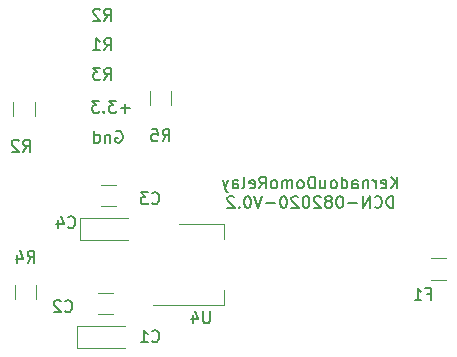
<source format=gbr>
G04 #@! TF.GenerationSoftware,KiCad,Pcbnew,(5.1.2)-2*
G04 #@! TF.CreationDate,2020-09-07T14:07:52+02:00*
G04 #@! TF.ProjectId,KernadouDomoRelay,4b65726e-6164-46f7-9544-6f6d6f52656c,0.1*
G04 #@! TF.SameCoordinates,Original*
G04 #@! TF.FileFunction,Legend,Bot*
G04 #@! TF.FilePolarity,Positive*
%FSLAX46Y46*%
G04 Gerber Fmt 4.6, Leading zero omitted, Abs format (unit mm)*
G04 Created by KiCad (PCBNEW (5.1.2)-2) date 2020-09-07 14:07:52*
%MOMM*%
%LPD*%
G04 APERTURE LIST*
%ADD10C,0.150000*%
%ADD11C,0.120000*%
G04 APERTURE END LIST*
D10*
X67371666Y-38012380D02*
X67705000Y-37536190D01*
X67943095Y-38012380D02*
X67943095Y-37012380D01*
X67562142Y-37012380D01*
X67466904Y-37060000D01*
X67419285Y-37107619D01*
X67371666Y-37202857D01*
X67371666Y-37345714D01*
X67419285Y-37440952D01*
X67466904Y-37488571D01*
X67562142Y-37536190D01*
X67943095Y-37536190D01*
X66990714Y-37107619D02*
X66943095Y-37060000D01*
X66847857Y-37012380D01*
X66609761Y-37012380D01*
X66514523Y-37060000D01*
X66466904Y-37107619D01*
X66419285Y-37202857D01*
X66419285Y-37298095D01*
X66466904Y-37440952D01*
X67038333Y-38012380D01*
X66419285Y-38012380D01*
X67371666Y-40512380D02*
X67705000Y-40036190D01*
X67943095Y-40512380D02*
X67943095Y-39512380D01*
X67562142Y-39512380D01*
X67466904Y-39560000D01*
X67419285Y-39607619D01*
X67371666Y-39702857D01*
X67371666Y-39845714D01*
X67419285Y-39940952D01*
X67466904Y-39988571D01*
X67562142Y-40036190D01*
X67943095Y-40036190D01*
X66419285Y-40512380D02*
X66990714Y-40512380D01*
X66705000Y-40512380D02*
X66705000Y-39512380D01*
X66800238Y-39655238D01*
X66895476Y-39750476D01*
X66990714Y-39798095D01*
X67371666Y-43012380D02*
X67705000Y-42536190D01*
X67943095Y-43012380D02*
X67943095Y-42012380D01*
X67562142Y-42012380D01*
X67466904Y-42060000D01*
X67419285Y-42107619D01*
X67371666Y-42202857D01*
X67371666Y-42345714D01*
X67419285Y-42440952D01*
X67466904Y-42488571D01*
X67562142Y-42536190D01*
X67943095Y-42536190D01*
X67038333Y-42012380D02*
X66419285Y-42012380D01*
X66752619Y-42393333D01*
X66609761Y-42393333D01*
X66514523Y-42440952D01*
X66466904Y-42488571D01*
X66419285Y-42583809D01*
X66419285Y-42821904D01*
X66466904Y-42917142D01*
X66514523Y-42964761D01*
X66609761Y-43012380D01*
X66895476Y-43012380D01*
X66990714Y-42964761D01*
X67038333Y-42917142D01*
X69526428Y-45410428D02*
X68764523Y-45410428D01*
X69145476Y-45791380D02*
X69145476Y-45029476D01*
X68383571Y-44791380D02*
X67764523Y-44791380D01*
X68097857Y-45172333D01*
X67955000Y-45172333D01*
X67859761Y-45219952D01*
X67812142Y-45267571D01*
X67764523Y-45362809D01*
X67764523Y-45600904D01*
X67812142Y-45696142D01*
X67859761Y-45743761D01*
X67955000Y-45791380D01*
X68240714Y-45791380D01*
X68335952Y-45743761D01*
X68383571Y-45696142D01*
X67335952Y-45696142D02*
X67288333Y-45743761D01*
X67335952Y-45791380D01*
X67383571Y-45743761D01*
X67335952Y-45696142D01*
X67335952Y-45791380D01*
X66955000Y-44791380D02*
X66335952Y-44791380D01*
X66669285Y-45172333D01*
X66526428Y-45172333D01*
X66431190Y-45219952D01*
X66383571Y-45267571D01*
X66335952Y-45362809D01*
X66335952Y-45600904D01*
X66383571Y-45696142D01*
X66431190Y-45743761D01*
X66526428Y-45791380D01*
X66812142Y-45791380D01*
X66907380Y-45743761D01*
X66955000Y-45696142D01*
X68347857Y-47379000D02*
X68443095Y-47331380D01*
X68585952Y-47331380D01*
X68728809Y-47379000D01*
X68824047Y-47474238D01*
X68871666Y-47569476D01*
X68919285Y-47759952D01*
X68919285Y-47902809D01*
X68871666Y-48093285D01*
X68824047Y-48188523D01*
X68728809Y-48283761D01*
X68585952Y-48331380D01*
X68490714Y-48331380D01*
X68347857Y-48283761D01*
X68300238Y-48236142D01*
X68300238Y-47902809D01*
X68490714Y-47902809D01*
X67871666Y-47664714D02*
X67871666Y-48331380D01*
X67871666Y-47759952D02*
X67824047Y-47712333D01*
X67728809Y-47664714D01*
X67585952Y-47664714D01*
X67490714Y-47712333D01*
X67443095Y-47807571D01*
X67443095Y-48331380D01*
X66538333Y-48331380D02*
X66538333Y-47331380D01*
X66538333Y-48283761D02*
X66633571Y-48331380D01*
X66824047Y-48331380D01*
X66919285Y-48283761D01*
X66966904Y-48236142D01*
X67014523Y-48140904D01*
X67014523Y-47855190D01*
X66966904Y-47759952D01*
X66919285Y-47712333D01*
X66824047Y-47664714D01*
X66633571Y-47664714D01*
X66538333Y-47712333D01*
X92193142Y-52205380D02*
X92193142Y-51205380D01*
X91621714Y-52205380D02*
X92050285Y-51633952D01*
X91621714Y-51205380D02*
X92193142Y-51776809D01*
X90812190Y-52157761D02*
X90907428Y-52205380D01*
X91097904Y-52205380D01*
X91193142Y-52157761D01*
X91240761Y-52062523D01*
X91240761Y-51681571D01*
X91193142Y-51586333D01*
X91097904Y-51538714D01*
X90907428Y-51538714D01*
X90812190Y-51586333D01*
X90764571Y-51681571D01*
X90764571Y-51776809D01*
X91240761Y-51872047D01*
X90336000Y-52205380D02*
X90336000Y-51538714D01*
X90336000Y-51729190D02*
X90288380Y-51633952D01*
X90240761Y-51586333D01*
X90145523Y-51538714D01*
X90050285Y-51538714D01*
X89716952Y-51538714D02*
X89716952Y-52205380D01*
X89716952Y-51633952D02*
X89669333Y-51586333D01*
X89574095Y-51538714D01*
X89431238Y-51538714D01*
X89336000Y-51586333D01*
X89288380Y-51681571D01*
X89288380Y-52205380D01*
X88383619Y-52205380D02*
X88383619Y-51681571D01*
X88431238Y-51586333D01*
X88526476Y-51538714D01*
X88716952Y-51538714D01*
X88812190Y-51586333D01*
X88383619Y-52157761D02*
X88478857Y-52205380D01*
X88716952Y-52205380D01*
X88812190Y-52157761D01*
X88859809Y-52062523D01*
X88859809Y-51967285D01*
X88812190Y-51872047D01*
X88716952Y-51824428D01*
X88478857Y-51824428D01*
X88383619Y-51776809D01*
X87478857Y-52205380D02*
X87478857Y-51205380D01*
X87478857Y-52157761D02*
X87574095Y-52205380D01*
X87764571Y-52205380D01*
X87859809Y-52157761D01*
X87907428Y-52110142D01*
X87955047Y-52014904D01*
X87955047Y-51729190D01*
X87907428Y-51633952D01*
X87859809Y-51586333D01*
X87764571Y-51538714D01*
X87574095Y-51538714D01*
X87478857Y-51586333D01*
X86859809Y-52205380D02*
X86955047Y-52157761D01*
X87002666Y-52110142D01*
X87050285Y-52014904D01*
X87050285Y-51729190D01*
X87002666Y-51633952D01*
X86955047Y-51586333D01*
X86859809Y-51538714D01*
X86716952Y-51538714D01*
X86621714Y-51586333D01*
X86574095Y-51633952D01*
X86526476Y-51729190D01*
X86526476Y-52014904D01*
X86574095Y-52110142D01*
X86621714Y-52157761D01*
X86716952Y-52205380D01*
X86859809Y-52205380D01*
X85669333Y-51538714D02*
X85669333Y-52205380D01*
X86097904Y-51538714D02*
X86097904Y-52062523D01*
X86050285Y-52157761D01*
X85955047Y-52205380D01*
X85812190Y-52205380D01*
X85716952Y-52157761D01*
X85669333Y-52110142D01*
X85193142Y-52205380D02*
X85193142Y-51205380D01*
X84955047Y-51205380D01*
X84812190Y-51253000D01*
X84716952Y-51348238D01*
X84669333Y-51443476D01*
X84621714Y-51633952D01*
X84621714Y-51776809D01*
X84669333Y-51967285D01*
X84716952Y-52062523D01*
X84812190Y-52157761D01*
X84955047Y-52205380D01*
X85193142Y-52205380D01*
X84050285Y-52205380D02*
X84145523Y-52157761D01*
X84193142Y-52110142D01*
X84240761Y-52014904D01*
X84240761Y-51729190D01*
X84193142Y-51633952D01*
X84145523Y-51586333D01*
X84050285Y-51538714D01*
X83907428Y-51538714D01*
X83812190Y-51586333D01*
X83764571Y-51633952D01*
X83716952Y-51729190D01*
X83716952Y-52014904D01*
X83764571Y-52110142D01*
X83812190Y-52157761D01*
X83907428Y-52205380D01*
X84050285Y-52205380D01*
X83288380Y-52205380D02*
X83288380Y-51538714D01*
X83288380Y-51633952D02*
X83240761Y-51586333D01*
X83145523Y-51538714D01*
X83002666Y-51538714D01*
X82907428Y-51586333D01*
X82859809Y-51681571D01*
X82859809Y-52205380D01*
X82859809Y-51681571D02*
X82812190Y-51586333D01*
X82716952Y-51538714D01*
X82574095Y-51538714D01*
X82478857Y-51586333D01*
X82431238Y-51681571D01*
X82431238Y-52205380D01*
X81812190Y-52205380D02*
X81907428Y-52157761D01*
X81955047Y-52110142D01*
X82002666Y-52014904D01*
X82002666Y-51729190D01*
X81955047Y-51633952D01*
X81907428Y-51586333D01*
X81812190Y-51538714D01*
X81669333Y-51538714D01*
X81574095Y-51586333D01*
X81526476Y-51633952D01*
X81478857Y-51729190D01*
X81478857Y-52014904D01*
X81526476Y-52110142D01*
X81574095Y-52157761D01*
X81669333Y-52205380D01*
X81812190Y-52205380D01*
X80478857Y-52205380D02*
X80812190Y-51729190D01*
X81050285Y-52205380D02*
X81050285Y-51205380D01*
X80669333Y-51205380D01*
X80574095Y-51253000D01*
X80526476Y-51300619D01*
X80478857Y-51395857D01*
X80478857Y-51538714D01*
X80526476Y-51633952D01*
X80574095Y-51681571D01*
X80669333Y-51729190D01*
X81050285Y-51729190D01*
X79669333Y-52157761D02*
X79764571Y-52205380D01*
X79955047Y-52205380D01*
X80050285Y-52157761D01*
X80097904Y-52062523D01*
X80097904Y-51681571D01*
X80050285Y-51586333D01*
X79955047Y-51538714D01*
X79764571Y-51538714D01*
X79669333Y-51586333D01*
X79621714Y-51681571D01*
X79621714Y-51776809D01*
X80097904Y-51872047D01*
X79050285Y-52205380D02*
X79145523Y-52157761D01*
X79193142Y-52062523D01*
X79193142Y-51205380D01*
X78240761Y-52205380D02*
X78240761Y-51681571D01*
X78288380Y-51586333D01*
X78383619Y-51538714D01*
X78574095Y-51538714D01*
X78669333Y-51586333D01*
X78240761Y-52157761D02*
X78336000Y-52205380D01*
X78574095Y-52205380D01*
X78669333Y-52157761D01*
X78716952Y-52062523D01*
X78716952Y-51967285D01*
X78669333Y-51872047D01*
X78574095Y-51824428D01*
X78336000Y-51824428D01*
X78240761Y-51776809D01*
X77859809Y-51538714D02*
X77621714Y-52205380D01*
X77383619Y-51538714D02*
X77621714Y-52205380D01*
X77716952Y-52443476D01*
X77764571Y-52491095D01*
X77859809Y-52538714D01*
X91836000Y-53855380D02*
X91836000Y-52855380D01*
X91597904Y-52855380D01*
X91455047Y-52903000D01*
X91359809Y-52998238D01*
X91312190Y-53093476D01*
X91264571Y-53283952D01*
X91264571Y-53426809D01*
X91312190Y-53617285D01*
X91359809Y-53712523D01*
X91455047Y-53807761D01*
X91597904Y-53855380D01*
X91836000Y-53855380D01*
X90264571Y-53760142D02*
X90312190Y-53807761D01*
X90455047Y-53855380D01*
X90550285Y-53855380D01*
X90693142Y-53807761D01*
X90788380Y-53712523D01*
X90836000Y-53617285D01*
X90883619Y-53426809D01*
X90883619Y-53283952D01*
X90836000Y-53093476D01*
X90788380Y-52998238D01*
X90693142Y-52903000D01*
X90550285Y-52855380D01*
X90455047Y-52855380D01*
X90312190Y-52903000D01*
X90264571Y-52950619D01*
X89836000Y-53855380D02*
X89836000Y-52855380D01*
X89264571Y-53855380D01*
X89264571Y-52855380D01*
X88788380Y-53474428D02*
X88026476Y-53474428D01*
X87359809Y-52855380D02*
X87264571Y-52855380D01*
X87169333Y-52903000D01*
X87121714Y-52950619D01*
X87074095Y-53045857D01*
X87026476Y-53236333D01*
X87026476Y-53474428D01*
X87074095Y-53664904D01*
X87121714Y-53760142D01*
X87169333Y-53807761D01*
X87264571Y-53855380D01*
X87359809Y-53855380D01*
X87455047Y-53807761D01*
X87502666Y-53760142D01*
X87550285Y-53664904D01*
X87597904Y-53474428D01*
X87597904Y-53236333D01*
X87550285Y-53045857D01*
X87502666Y-52950619D01*
X87455047Y-52903000D01*
X87359809Y-52855380D01*
X86455047Y-53283952D02*
X86550285Y-53236333D01*
X86597904Y-53188714D01*
X86645523Y-53093476D01*
X86645523Y-53045857D01*
X86597904Y-52950619D01*
X86550285Y-52903000D01*
X86455047Y-52855380D01*
X86264571Y-52855380D01*
X86169333Y-52903000D01*
X86121714Y-52950619D01*
X86074095Y-53045857D01*
X86074095Y-53093476D01*
X86121714Y-53188714D01*
X86169333Y-53236333D01*
X86264571Y-53283952D01*
X86455047Y-53283952D01*
X86550285Y-53331571D01*
X86597904Y-53379190D01*
X86645523Y-53474428D01*
X86645523Y-53664904D01*
X86597904Y-53760142D01*
X86550285Y-53807761D01*
X86455047Y-53855380D01*
X86264571Y-53855380D01*
X86169333Y-53807761D01*
X86121714Y-53760142D01*
X86074095Y-53664904D01*
X86074095Y-53474428D01*
X86121714Y-53379190D01*
X86169333Y-53331571D01*
X86264571Y-53283952D01*
X85693142Y-52950619D02*
X85645523Y-52903000D01*
X85550285Y-52855380D01*
X85312190Y-52855380D01*
X85216952Y-52903000D01*
X85169333Y-52950619D01*
X85121714Y-53045857D01*
X85121714Y-53141095D01*
X85169333Y-53283952D01*
X85740761Y-53855380D01*
X85121714Y-53855380D01*
X84502666Y-52855380D02*
X84407428Y-52855380D01*
X84312190Y-52903000D01*
X84264571Y-52950619D01*
X84216952Y-53045857D01*
X84169333Y-53236333D01*
X84169333Y-53474428D01*
X84216952Y-53664904D01*
X84264571Y-53760142D01*
X84312190Y-53807761D01*
X84407428Y-53855380D01*
X84502666Y-53855380D01*
X84597904Y-53807761D01*
X84645523Y-53760142D01*
X84693142Y-53664904D01*
X84740761Y-53474428D01*
X84740761Y-53236333D01*
X84693142Y-53045857D01*
X84645523Y-52950619D01*
X84597904Y-52903000D01*
X84502666Y-52855380D01*
X83788380Y-52950619D02*
X83740761Y-52903000D01*
X83645523Y-52855380D01*
X83407428Y-52855380D01*
X83312190Y-52903000D01*
X83264571Y-52950619D01*
X83216952Y-53045857D01*
X83216952Y-53141095D01*
X83264571Y-53283952D01*
X83836000Y-53855380D01*
X83216952Y-53855380D01*
X82597904Y-52855380D02*
X82502666Y-52855380D01*
X82407428Y-52903000D01*
X82359809Y-52950619D01*
X82312190Y-53045857D01*
X82264571Y-53236333D01*
X82264571Y-53474428D01*
X82312190Y-53664904D01*
X82359809Y-53760142D01*
X82407428Y-53807761D01*
X82502666Y-53855380D01*
X82597904Y-53855380D01*
X82693142Y-53807761D01*
X82740761Y-53760142D01*
X82788380Y-53664904D01*
X82836000Y-53474428D01*
X82836000Y-53236333D01*
X82788380Y-53045857D01*
X82740761Y-52950619D01*
X82693142Y-52903000D01*
X82597904Y-52855380D01*
X81836000Y-53474428D02*
X81074095Y-53474428D01*
X80740761Y-52855380D02*
X80407428Y-53855380D01*
X80074095Y-52855380D01*
X79550285Y-52855380D02*
X79455047Y-52855380D01*
X79359809Y-52903000D01*
X79312190Y-52950619D01*
X79264571Y-53045857D01*
X79216952Y-53236333D01*
X79216952Y-53474428D01*
X79264571Y-53664904D01*
X79312190Y-53760142D01*
X79359809Y-53807761D01*
X79455047Y-53855380D01*
X79550285Y-53855380D01*
X79645523Y-53807761D01*
X79693142Y-53760142D01*
X79740761Y-53664904D01*
X79788380Y-53474428D01*
X79788380Y-53236333D01*
X79740761Y-53045857D01*
X79693142Y-52950619D01*
X79645523Y-52903000D01*
X79550285Y-52855380D01*
X78788380Y-53760142D02*
X78740761Y-53807761D01*
X78788380Y-53855380D01*
X78836000Y-53807761D01*
X78788380Y-53760142D01*
X78788380Y-53855380D01*
X78359809Y-52950619D02*
X78312190Y-52903000D01*
X78216952Y-52855380D01*
X77978857Y-52855380D01*
X77883619Y-52903000D01*
X77836000Y-52950619D01*
X77788380Y-53045857D01*
X77788380Y-53141095D01*
X77836000Y-53283952D01*
X78407428Y-53855380D01*
X77788380Y-53855380D01*
D11*
X65292500Y-54691000D02*
X69377500Y-54691000D01*
X65292500Y-56561000D02*
X65292500Y-54691000D01*
X69377500Y-56561000D02*
X65292500Y-56561000D01*
X65038500Y-63835000D02*
X69123500Y-63835000D01*
X65038500Y-65705000D02*
X65038500Y-63835000D01*
X69123500Y-65705000D02*
X65038500Y-65705000D01*
X71226000Y-45179064D02*
X71226000Y-43974936D01*
X73046000Y-45179064D02*
X73046000Y-43974936D01*
X59796000Y-61559064D02*
X59796000Y-60354936D01*
X61616000Y-61559064D02*
X61616000Y-60354936D01*
X96269564Y-59965000D02*
X95065436Y-59965000D01*
X96269564Y-58145000D02*
X95065436Y-58145000D01*
X67125436Y-51922000D02*
X68329564Y-51922000D01*
X67125436Y-53742000D02*
X68329564Y-53742000D01*
X66871436Y-61066000D02*
X68075564Y-61066000D01*
X66871436Y-62886000D02*
X68075564Y-62886000D01*
X71465000Y-62084000D02*
X77475000Y-62084000D01*
X73715000Y-55264000D02*
X77475000Y-55264000D01*
X77475000Y-62084000D02*
X77475000Y-60824000D01*
X77475000Y-55264000D02*
X77475000Y-56524000D01*
X59669000Y-46068064D02*
X59669000Y-44863936D01*
X61489000Y-46068064D02*
X61489000Y-44863936D01*
D10*
X64301666Y-55475142D02*
X64349285Y-55522761D01*
X64492142Y-55570380D01*
X64587380Y-55570380D01*
X64730238Y-55522761D01*
X64825476Y-55427523D01*
X64873095Y-55332285D01*
X64920714Y-55141809D01*
X64920714Y-54998952D01*
X64873095Y-54808476D01*
X64825476Y-54713238D01*
X64730238Y-54618000D01*
X64587380Y-54570380D01*
X64492142Y-54570380D01*
X64349285Y-54618000D01*
X64301666Y-54665619D01*
X63444523Y-54903714D02*
X63444523Y-55570380D01*
X63682619Y-54522761D02*
X63920714Y-55237047D01*
X63301666Y-55237047D01*
X71413666Y-65127142D02*
X71461285Y-65174761D01*
X71604142Y-65222380D01*
X71699380Y-65222380D01*
X71842238Y-65174761D01*
X71937476Y-65079523D01*
X71985095Y-64984285D01*
X72032714Y-64793809D01*
X72032714Y-64650952D01*
X71985095Y-64460476D01*
X71937476Y-64365238D01*
X71842238Y-64270000D01*
X71699380Y-64222380D01*
X71604142Y-64222380D01*
X71461285Y-64270000D01*
X71413666Y-64317619D01*
X70461285Y-65222380D02*
X71032714Y-65222380D01*
X70747000Y-65222380D02*
X70747000Y-64222380D01*
X70842238Y-64365238D01*
X70937476Y-64460476D01*
X71032714Y-64508095D01*
X72302666Y-48204380D02*
X72636000Y-47728190D01*
X72874095Y-48204380D02*
X72874095Y-47204380D01*
X72493142Y-47204380D01*
X72397904Y-47252000D01*
X72350285Y-47299619D01*
X72302666Y-47394857D01*
X72302666Y-47537714D01*
X72350285Y-47632952D01*
X72397904Y-47680571D01*
X72493142Y-47728190D01*
X72874095Y-47728190D01*
X71397904Y-47204380D02*
X71874095Y-47204380D01*
X71921714Y-47680571D01*
X71874095Y-47632952D01*
X71778857Y-47585333D01*
X71540761Y-47585333D01*
X71445523Y-47632952D01*
X71397904Y-47680571D01*
X71350285Y-47775809D01*
X71350285Y-48013904D01*
X71397904Y-48109142D01*
X71445523Y-48156761D01*
X71540761Y-48204380D01*
X71778857Y-48204380D01*
X71874095Y-48156761D01*
X71921714Y-48109142D01*
X60872666Y-58485380D02*
X61206000Y-58009190D01*
X61444095Y-58485380D02*
X61444095Y-57485380D01*
X61063142Y-57485380D01*
X60967904Y-57533000D01*
X60920285Y-57580619D01*
X60872666Y-57675857D01*
X60872666Y-57818714D01*
X60920285Y-57913952D01*
X60967904Y-57961571D01*
X61063142Y-58009190D01*
X61444095Y-58009190D01*
X60015523Y-57818714D02*
X60015523Y-58485380D01*
X60253619Y-57437761D02*
X60491714Y-58152047D01*
X59872666Y-58152047D01*
X94694333Y-61142571D02*
X95027666Y-61142571D01*
X95027666Y-61666380D02*
X95027666Y-60666380D01*
X94551476Y-60666380D01*
X93646714Y-61666380D02*
X94218142Y-61666380D01*
X93932428Y-61666380D02*
X93932428Y-60666380D01*
X94027666Y-60809238D01*
X94122904Y-60904476D01*
X94218142Y-60952095D01*
X71413666Y-53443142D02*
X71461285Y-53490761D01*
X71604142Y-53538380D01*
X71699380Y-53538380D01*
X71842238Y-53490761D01*
X71937476Y-53395523D01*
X71985095Y-53300285D01*
X72032714Y-53109809D01*
X72032714Y-52966952D01*
X71985095Y-52776476D01*
X71937476Y-52681238D01*
X71842238Y-52586000D01*
X71699380Y-52538380D01*
X71604142Y-52538380D01*
X71461285Y-52586000D01*
X71413666Y-52633619D01*
X71080333Y-52538380D02*
X70461285Y-52538380D01*
X70794619Y-52919333D01*
X70651761Y-52919333D01*
X70556523Y-52966952D01*
X70508904Y-53014571D01*
X70461285Y-53109809D01*
X70461285Y-53347904D01*
X70508904Y-53443142D01*
X70556523Y-53490761D01*
X70651761Y-53538380D01*
X70937476Y-53538380D01*
X71032714Y-53490761D01*
X71080333Y-53443142D01*
X64047666Y-62587142D02*
X64095285Y-62634761D01*
X64238142Y-62682380D01*
X64333380Y-62682380D01*
X64476238Y-62634761D01*
X64571476Y-62539523D01*
X64619095Y-62444285D01*
X64666714Y-62253809D01*
X64666714Y-62110952D01*
X64619095Y-61920476D01*
X64571476Y-61825238D01*
X64476238Y-61730000D01*
X64333380Y-61682380D01*
X64238142Y-61682380D01*
X64095285Y-61730000D01*
X64047666Y-61777619D01*
X63666714Y-61777619D02*
X63619095Y-61730000D01*
X63523857Y-61682380D01*
X63285761Y-61682380D01*
X63190523Y-61730000D01*
X63142904Y-61777619D01*
X63095285Y-61872857D01*
X63095285Y-61968095D01*
X63142904Y-62110952D01*
X63714333Y-62682380D01*
X63095285Y-62682380D01*
X76326904Y-62626380D02*
X76326904Y-63435904D01*
X76279285Y-63531142D01*
X76231666Y-63578761D01*
X76136428Y-63626380D01*
X75945952Y-63626380D01*
X75850714Y-63578761D01*
X75803095Y-63531142D01*
X75755476Y-63435904D01*
X75755476Y-62626380D01*
X74850714Y-62959714D02*
X74850714Y-63626380D01*
X75088809Y-62578761D02*
X75326904Y-63293047D01*
X74707857Y-63293047D01*
X60491666Y-49090380D02*
X60825000Y-48614190D01*
X61063095Y-49090380D02*
X61063095Y-48090380D01*
X60682142Y-48090380D01*
X60586904Y-48138000D01*
X60539285Y-48185619D01*
X60491666Y-48280857D01*
X60491666Y-48423714D01*
X60539285Y-48518952D01*
X60586904Y-48566571D01*
X60682142Y-48614190D01*
X61063095Y-48614190D01*
X60110714Y-48185619D02*
X60063095Y-48138000D01*
X59967857Y-48090380D01*
X59729761Y-48090380D01*
X59634523Y-48138000D01*
X59586904Y-48185619D01*
X59539285Y-48280857D01*
X59539285Y-48376095D01*
X59586904Y-48518952D01*
X60158333Y-49090380D01*
X59539285Y-49090380D01*
M02*

</source>
